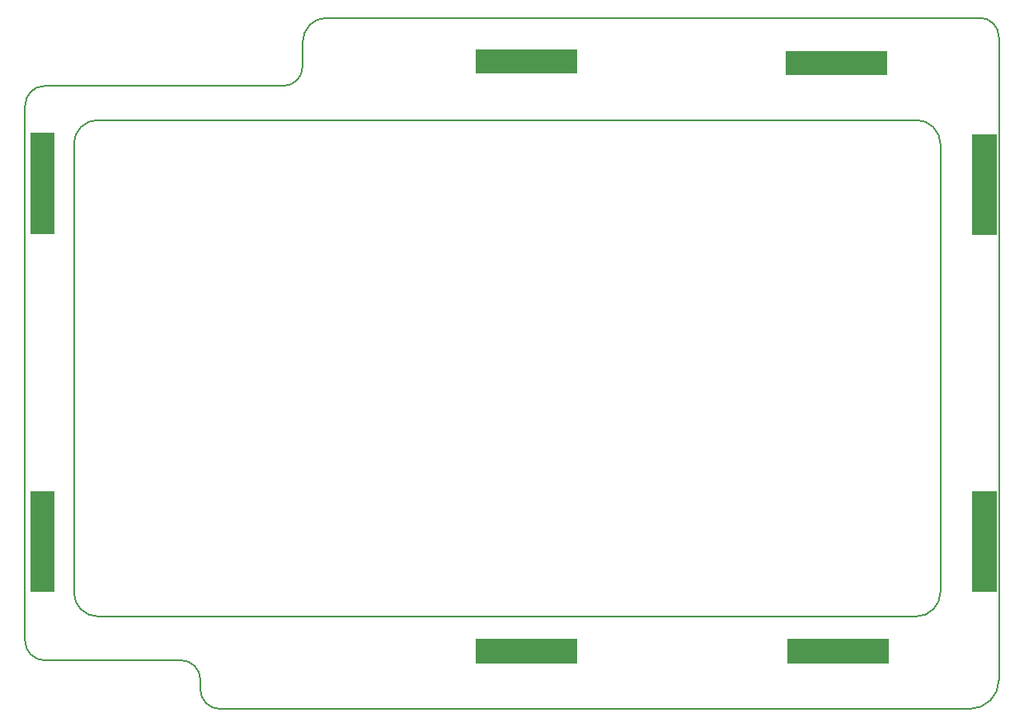
<source format=gbr>
%TF.GenerationSoftware,KiCad,Pcbnew,5.0.1*%
%TF.CreationDate,2019-01-19T14:59:23-06:00*%
%TF.ProjectId,NFCJig-TOP,4E46434A69672D544F502E6B69636164,rev?*%
%TF.SameCoordinates,Original*%
%TF.FileFunction,Soldermask,Bot*%
%TF.FilePolarity,Negative*%
%FSLAX46Y46*%
G04 Gerber Fmt 4.6, Leading zero omitted, Abs format (unit mm)*
G04 Created by KiCad (PCBNEW 5.0.1) date Sat 19 Jan 2019 02:59:23 PM CST*
%MOMM*%
%LPD*%
G01*
G04 APERTURE LIST*
%ADD10C,0.150000*%
%ADD11C,0.100000*%
G04 APERTURE END LIST*
D10*
X127000000Y-134000000D02*
X204000000Y-134000000D01*
X107000000Y-127000000D02*
X107000000Y-126000000D01*
X109000000Y-129000000D02*
X110500000Y-129000000D01*
X109000000Y-129000000D02*
G75*
G02X107000000Y-127000000I0J2000000D01*
G01*
X123000000Y-129000000D02*
X110500000Y-129000000D01*
X107000000Y-72000000D02*
X107000000Y-126000000D01*
X125000000Y-132000000D02*
X125000000Y-131000000D01*
X123000000Y-129000000D02*
G75*
G02X125000000Y-131000000I0J-2000000D01*
G01*
X127000000Y-134000000D02*
G75*
G02X125000000Y-132000000I0J2000000D01*
G01*
X207000000Y-65000000D02*
X207000000Y-67000000D01*
X205000000Y-63000000D02*
X203500000Y-63000000D01*
X205000000Y-63000000D02*
G75*
G02X207000000Y-65000000I0J-2000000D01*
G01*
X203000000Y-63000000D02*
X203500000Y-63000000D01*
X138000000Y-63000000D02*
X203000000Y-63000000D01*
X135500000Y-68000000D02*
X135500000Y-65500000D01*
X135500000Y-65500000D02*
G75*
G02X138000000Y-63000000I2500000J0D01*
G01*
X107000000Y-72000000D02*
G75*
G02X109000000Y-70000000I2000000J0D01*
G01*
X109000000Y-70000000D02*
X110500000Y-70000000D01*
X133500000Y-70000000D02*
X110500000Y-70000000D01*
X135500000Y-68000000D02*
G75*
G02X133500000Y-70000000I-2000000J0D01*
G01*
X112000000Y-76000000D02*
G75*
G02X114500000Y-73500000I2500000J0D01*
G01*
X114500000Y-73500000D02*
X198500000Y-73500000D01*
X207000000Y-67000000D02*
X207000000Y-131000000D01*
X207000000Y-131000000D02*
G75*
G02X204000000Y-134000000I-3000000J0D01*
G01*
X112000000Y-122000000D02*
X112000000Y-76000000D01*
X198500000Y-124500000D02*
X114500000Y-124500000D01*
X201000000Y-76000000D02*
X201000000Y-122000000D01*
X201000000Y-122000000D02*
G75*
G02X198500000Y-124500000I-2500000J0D01*
G01*
X114500000Y-124500000D02*
G75*
G02X112000000Y-122000000I0J2500000D01*
G01*
X198500000Y-73500000D02*
G75*
G02X201000000Y-76000000I0J-2500000D01*
G01*
D11*
G36*
X195700000Y-129300000D02*
X185300000Y-129300000D01*
X185300000Y-126800000D01*
X195700000Y-126800000D01*
X195700000Y-129300000D01*
X195700000Y-129300000D01*
G37*
G36*
X163650000Y-129300000D02*
X153250000Y-129300000D01*
X153250000Y-126800000D01*
X163650000Y-126800000D01*
X163650000Y-129300000D01*
X163650000Y-129300000D01*
G37*
G36*
X206750000Y-122000000D02*
X204250000Y-122000000D01*
X204250000Y-111600000D01*
X206750000Y-111600000D01*
X206750000Y-122000000D01*
X206750000Y-122000000D01*
G37*
G36*
X110050000Y-122000000D02*
X107550000Y-122000000D01*
X107550000Y-111600000D01*
X110050000Y-111600000D01*
X110050000Y-122000000D01*
X110050000Y-122000000D01*
G37*
G36*
X206750000Y-85350000D02*
X204250000Y-85350000D01*
X204250000Y-74950000D01*
X206750000Y-74950000D01*
X206750000Y-85350000D01*
X206750000Y-85350000D01*
G37*
G36*
X110050000Y-85200000D02*
X107550000Y-85200000D01*
X107550000Y-74800000D01*
X110050000Y-74800000D01*
X110050000Y-85200000D01*
X110050000Y-85200000D01*
G37*
G36*
X195550000Y-68900000D02*
X185150000Y-68900000D01*
X185150000Y-66400000D01*
X195550000Y-66400000D01*
X195550000Y-68900000D01*
X195550000Y-68900000D01*
G37*
G36*
X163650000Y-68750000D02*
X153250000Y-68750000D01*
X153250000Y-66250000D01*
X163650000Y-66250000D01*
X163650000Y-68750000D01*
X163650000Y-68750000D01*
G37*
M02*

</source>
